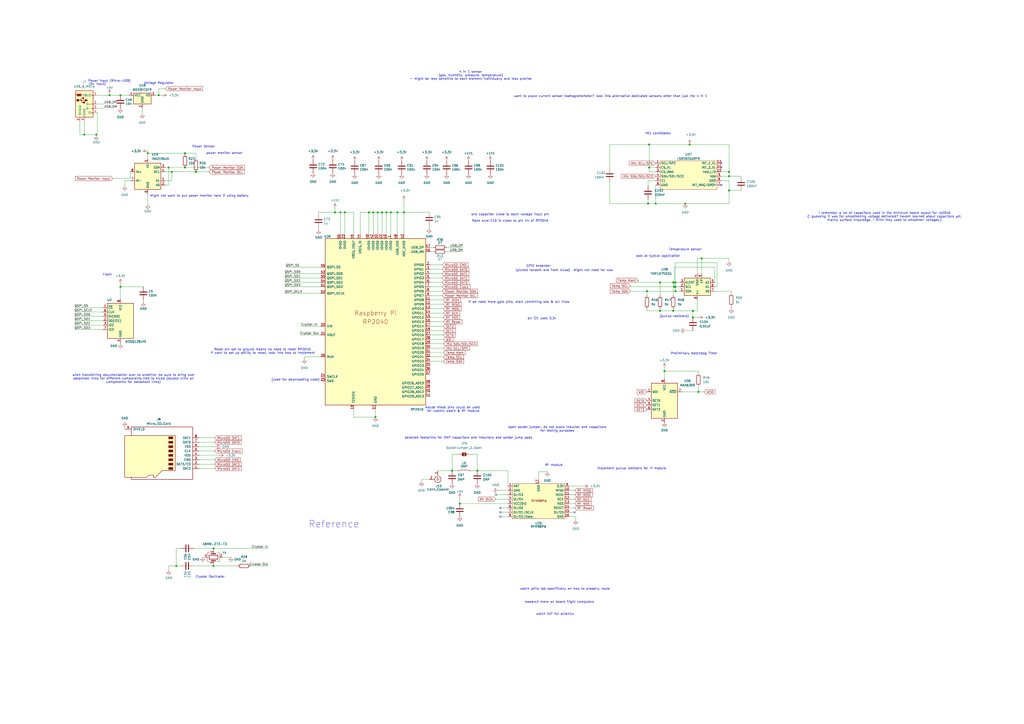
<source format=kicad_sch>
(kicad_sch (version 20250114) (generator "eeschema") (generator_version "9.0")
  (paper "A2")
  (lib_symbols
    (symbol "1my_symbol:LSM303AGR"
      (property "Reference" "U" (at 9.652 6.604 0))
      (symbol "LSM303AGR_1_1"
        (pin bidirectional line (at -8.89 2.54 0) (length 2.54) (name "SCL/SPC") (number "1"))
        (pin input line (at -8.89 0 0) (length 2.54) (name "CS_XL") (number "2"))
        (pin input line (at -8.89 -2.54 0) (length 2.54) (name "CS_MAG") (number "3"))
        (pin bidirectional line (at -8.89 -5.08 0) (length 2.54) (name "SDA/SDI/SCO") (number "4"))
        (pin bidirectional line (at -8.89 -7.62 0) (length 2.54) (name "C1") (number "5"))
        (pin input line (at -8.89 -10.16 0) (length 2.54) (name "GND") (number "6"))
        (pin bidirectional line (at 29.21 2.54 180) (length 2.54) (name "INT_1_XL") (number "12"))
        (pin bidirectional line (at 29.21 0 180) (length 2.54) (name "INT_2_XL") (number "11"))
        (pin power_in line (at 29.21 -2.54 180) (length 2.54) (name "Vdd_I/O") (number "10"))
        (pin power_in line (at 29.21 -5.08 180) (length 2.54) (name "Vdd") (number "9"))
        (pin power_in line (at 29.21 -7.62 180) (length 2.54) (name "GND") (number "8"))
        (pin bidirectional line (at 29.21 -10.16 180) (length 2.54) (name "INT_MAG/DRDY") (number "7"))
      )
    )
    (symbol "1my_symbol:RF_Module"
      (property "Reference" "U1" (at 23.876 4.318 0))
      (symbol "RF_Module_1_1"
        (text "RFM98PW" (at 11.684 -14.986 0) (effects (font (size 1.27 1.27))))
        (pin bidirectional line (at -6.35 -6.35 0) (length 2.54) (name "ANT") (number "1"))
        (pin power_in line (at -6.35 -8.89 0) (length 2.54) (name "GND") (number "2"))
        (pin bidirectional line (at -6.35 -11.43 0) (length 2.54) (name "DI/O3") (number "3"))
        (pin bidirectional line (at -6.35 -13.97 0) (length 2.54) (name "DI/O4") (number "4"))
        (pin input line (at -6.35 -16.51 0) (length 2.54) (name "VCC(5V)") (number "5"))
        (pin bidirectional line (at -6.35 -19.05 0) (length 2.54) (name "DI/O0") (number "6"))
        (pin bidirectional line (at -6.35 -21.59 0) (length 2.54) (name "DI/O1|DCLK") (number "7"))
        (pin bidirectional line (at -6.35 -24.13 0) (length 2.54) (name "DI/O2|Data") (number "8"))
        (pin power_in line (at 11.43 -2.54 270) (length 2.54) (name "GND") (number "17"))
        (pin power_out line (at 29.21 -6.35 180) (length 2.54) (name "3.3V") (number "9"))
        (pin output line (at 29.21 -8.89 180) (length 2.54) (name "MISO") (number "10"))
        (pin input line (at 29.21 -11.43 180) (length 2.54) (name "MOSI") (number "11"))
        (pin input line (at 29.21 -13.97 180) (length 2.54) (name "SCK") (number "12"))
        (pin input line (at 29.21 -16.51 180) (length 2.54) (name "NSS") (number "13"))
        (pin bidirectional line (at 29.21 -19.05 180) (length 2.54) (name "RESET") (number "14"))
        (pin bidirectional line (at 29.21 -21.59 180) (length 2.54) (name "DI/O5") (number "15"))
        (pin power_in line (at 29.21 -24.13 180) (length 2.54) (name "GND") (number "16"))
      )
    )
    (symbol "Connector:Conn_Coaxial" (pin_names (offset 1.016) (hide yes))
      (property "Reference" "J" (at 0.254 3.048 0))
      (property "Value" "Conn_Coaxial" (at 2.921 0 90))
      (symbol "Conn_Coaxial_1_1"
        (pin passive line (at -5.08 0 0) (length 2.54) (name "In") (number "1"))
        (pin passive line (at 0 -5.08 90) (length 2.54) (name "Ext") (number "2"))
      )
    )
    (symbol "Connector:Micro_SD_Card" (pin_names (offset 1.016))
      (property "Reference" "J" (at -16.51 15.24 0))
      (property "Value" "Micro_SD_Card" (at 16.51 15.24 0))
      (symbol "Micro_SD_Card_1_1"
        (pin bidirectional line (at -22.86 7.62 0) (length 3.81) (name "DAT2") (number "1"))
        (pin bidirectional line (at -22.86 5.08 0) (length 3.81) (name "DAT3/CD") (number "2"))
        (pin input line (at -22.86 2.54 0) (length 3.81) (name "CMD") (number "3"))
        (pin power_in line (at -22.86 0 0) (length 3.81) (name "VDD") (number "4"))
        (pin input line (at -22.86 -2.54 0) (length 3.81) (name "CLK") (number "5"))
        (pin power_in line (at -22.86 -5.08 0) (length 3.81) (name "VSS") (number "6"))
        (pin bidirectional line (at -22.86 -7.62 0) (length 3.81) (name "DAT0") (number "7"))
        (pin bidirectional line (at -22.86 -10.16 0) (length 3.81) (name "DAT1") (number "8"))
        (pin passive line (at 20.32 -15.24 180) (length 3.81) (name "SHIELD") (number "9"))
      )
    )
    (symbol "Connector:USB_B_Micro" (pin_names (offset 1.016))
      (property "Reference" "J2" (at 0 12.7 0))
      (property "Value" "USB_B_Micro" (at 0 10.16 0))
      (symbol "USB_B_Micro_1_1"
        (pin passive line (at -2.54 -10.16 90) (length 2.54) (name "Shield") (number "6"))
        (pin power_out line (at 0 -10.16 90) (length 2.54) (name "GND") (number "5"))
        (pin power_out line (at 7.62 5.08 180) (length 2.54) (name "VBUS") (number "1"))
        (pin bidirectional line (at 7.62 0 180) (length 2.54) (name "D+") (number "3"))
        (pin bidirectional line (at 7.62 -2.54 180) (length 2.54) (name "D-") (number "2"))
        (pin passive line (at 7.62 -5.08 180) (length 2.54) (name "ID") (number "4"))
      )
    )
    (symbol "Device:C" (pin_numbers (hide yes)) (pin_names (offset 0.254))
      (property "Reference" "C" (at 0.635 2.54 0))
      (property "Value" "C" (at 0.635 -2.54 0))
      (symbol "C_1_1"
        (pin passive line (at 0 3.81 270) (length 2.794) (name "~") (number "1"))
        (pin passive line (at 0 -3.81 90) (length 2.794) (name "~") (number "2"))
      )
    )
    (symbol "Device:Crystal_GND24" (pin_names (offset 1.016) (hide yes))
      (property "Reference" "Y" (at 3.175 5.08 0))
      (property "Value" "Crystal_GND24" (at 3.175 3.175 0))
      (symbol "Crystal_GND24_1_1"
        (pin passive line (at -3.81 0 0) (length 1.27) (name "1") (number "1"))
        (pin passive line (at 0 5.08 270) (length 1.27) (name "2") (number "2"))
        (pin passive line (at 0 -5.08 90) (length 1.27) (name "4") (number "4"))
        (pin passive line (at 3.81 0 180) (length 1.27) (name "3") (number "3"))
      )
    )
    (symbol "Device:L" (pin_numbers (hide yes)) (pin_names (offset 1.016) (hide yes))
      (property "Reference" "L" (at -1.27 0 90))
      (property "Value" "L" (at 1.905 0 90))
      (symbol "L_1_1"
        (pin passive line (at 0 3.81 270) (length 1.27) (name "1") (number "1"))
        (pin passive line (at 0 -3.81 90) (length 1.27) (name "2") (number "2"))
      )
    )
    (symbol "Device:R" (pin_numbers (hide yes)) (pin_names (offset 0))
      (property "Reference" "R" (at 2.032 0 90))
      (property "Value" "R" (at 0 0 90))
      (symbol "R_1_1"
        (pin passive line (at 0 3.81 270) (length 1.27) (name "~") (number "1"))
        (pin passive line (at 0 -3.81 90) (length 1.27) (name "~") (number "2"))
      )
    )
    (symbol "Jumper:SolderJumper_2_Open" (pin_numbers (hide yes)) (pin_names (offset 0) (hide yes)) (exclude_from_sim yes) (in_bom no)
      (property "Reference" "JP" (at 0 2.032 0))
      (property "Value" "SolderJumper_2_Open" (at 0 -2.54 0))
      (symbol "SolderJumper_2_Open_1_1"
        (pin passive line (at -3.81 0 0) (length 2.54) (name "A") (number "1"))
        (pin passive line (at 3.81 0 180) (length 2.54) (name "B") (number "2"))
      )
    )
    (symbol "MCU_RaspberryPi_RP2040:RP2040" (pin_names (offset 1.016))
      (property "Reference" "U" (at -29.21 49.53 0))
      (property "Value" "RP2040" (at 24.13 -49.53 0))
      (symbol "RP2040_0_0"
        (text "Raspberry Pi" (at 0 5.08 0) (effects (font (size 2.54 2.54))))
        (text "RP2040" (at 0 0 0) (effects (font (size 2.54 2.54))))
      )
      (symbol "RP2040_1_1"
        (pin bidirectional line (at -31.75 31.75 0) (length 2.54) (name "QSPI_SS") (number "56"))
        (pin bidirectional line (at -31.75 27.94 0) (length 2.54) (name "QSPI_SD0") (number "53"))
        (pin bidirectional line (at -31.75 25.4 0) (length 2.54) (name "QSPI_SD1") (number "55"))
        (pin bidirectional line (at -31.75 22.86 0) (length 2.54) (name "QSPI_SD2") (number "54"))
        (pin bidirectional line (at -31.75 20.32 0) (length 2.54) (name "QSPI_SD3") (number "51"))
        (pin output line (at -31.75 16.51 0) (length 2.54) (name "QSPI_SCLK") (number "52"))
        (pin input line (at -31.75 -2.54 0) (length 2.54) (name "XIN") (number "20"))
        (pin passive line (at -31.75 -7.62 0) (length 2.54) (name "XOUT") (number "21"))
        (pin input line (at -31.75 -20.32 0) (length 2.54) (name "RUN") (number "26"))
        (pin output line (at -31.75 -31.75 0) (length 2.54) (name "SWCLK") (number "24"))
        (pin bidirectional line (at -31.75 -34.29 0) (length 2.54) (name "SWD") (number "25"))
        (pin power_in line (at -20.32 50.8 270) (length 2.54) (name "DVDD") (number "50"))
        (pin power_in line (at -17.78 50.8 270) (length 2.54) (name "DVDD") (number "23"))
        (pin power_out line (at -12.7 50.8 270) (length 2.54) (name "VREG_VOUT") (number "45"))
        (pin passive line (at -12.7 -50.8 90) (length 2.54) (name "TESTEN") (number "19"))
        (pin power_in line (at -8.89 50.8 270) (length 2.54) (name "VREG_IN") (number "44"))
        (pin power_in line (at -3.81 50.8 270) (length 2.54) (name "IOVDD") (number "49"))
        (pin power_in line (at -1.27 50.8 270) (length 2.54) (name "IOVDD") (number "42"))
        (pin power_in line (at 0 -50.8 90) (length 2.54) (name "GND") (number "57"))
        (pin power_in line (at 1.27 50.8 270) (length 2.54) (name "IOVDD") (number "33"))
        (pin power_in line (at 3.81 50.8 270) (length 2.54) (name "IOVDD") (number "22"))
        (pin power_in line (at 6.35 50.8 270) (length 2.54) (name "IOVDD") (number "10"))
        (pin power_in line (at 8.89 50.8 270) (length 2.54) (name "IOVDD") (number "1"))
        (pin power_in line (at 12.7 50.8 270) (length 2.54) (name "USB_VDD") (number "48"))
        (pin power_in line (at 16.51 50.8 270) (length 2.54) (name "ADC_AVDD") (number "43"))
        (pin bidirectional line (at 31.75 43.18 180) (length 2.54) (name "USB_DP") (number "47"))
        (pin bidirectional line (at 31.75 40.64 180) (length 2.54) (name "USB_DM") (number "46"))
        (pin bidirectional line (at 31.75 33.02 180) (length 2.54) (name "GPIO0") (number "2"))
        (pin bidirectional line (at 31.75 30.48 180) (length 2.54) (name "GPIO1") (number "3"))
        (pin bidirectional line (at 31.75 27.94 180) (length 2.54) (name "GPIO2") (number "4"))
        (pin bidirectional line (at 31.75 25.4 180) (length 2.54) (name "GPIO3") (number "5"))
        (pin bidirectional line (at 31.75 22.86 180) (length 2.54) (name "GPIO4") (number "6"))
        (pin bidirectional line (at 31.75 20.32 180) (length 2.54) (name "GPIO5") (number "7"))
        (pin bidirectional line (at 31.75 17.78 180) (length 2.54) (name "GPIO6") (number "8"))
        (pin bidirectional line (at 31.75 15.24 180) (length 2.54) (name "GPIO7") (number "9"))
        (pin bidirectional line (at 31.75 12.7 180) (length 2.54) (name "GPIO8") (number "11"))
        (pin bidirectional line (at 31.75 10.16 180) (length 2.54) (name "GPIO9") (number "12"))
        (pin bidirectional line (at 31.75 7.62 180) (length 2.54) (name "GPIO10") (number "13"))
        (pin bidirectional line (at 31.75 5.08 180) (length 2.54) (name "GPIO11") (number "14"))
        (pin bidirectional line (at 31.75 2.54 180) (length 2.54) (name "GPIO12") (number "15"))
        (pin bidirectional line (at 31.75 0 180) (length 2.54) (name "GPIO13") (number "16"))
        (pin bidirectional line (at 31.75 -2.54 180) (length 2.54) (name "GPIO14") (number "17"))
        (pin bidirectional line (at 31.75 -5.08 180) (length 2.54) (name "GPIO15") (number "18"))
        (pin bidirectional line (at 31.75 -7.62 180) (length 2.54) (name "GPIO16") (number "27"))
        (pin bidirectional line (at 31.75 -10.16 180) (length 2.54) (name "GPIO17") (number "28"))
        (pin bidirectional line (at 31.75 -12.7 180) (length 2.54) (name "GPIO18") (number "29"))
        (pin bidirectional line (at 31.75 -15.24 180) (length 2.54) (name "GPIO19") (number "30"))
        (pin bidirectional line (at 31.75 -17.78 180) (length 2.54) (name "GPIO20") (number "31"))
        (pin bidirectional line (at 31.75 -20.32 180) (length 2.54) (name "GPIO21") (number "32"))
        (pin bidirectional line (at 31.75 -22.86 180) (length 2.54) (name "GPIO22") (number "34"))
        (pin bidirectional line (at 31.75 -25.4 180) (length 2.54) (name "GPIO23") (number "35"))
        (pin bidirectional line (at 31.75 -27.94 180) (length 2.54) (name "GPIO24") (number "36"))
        (pin bidirectional line (at 31.75 -30.48 180) (length 2.54) (name "GPIO25") (number "37"))
        (pin bidirectional line (at 31.75 -35.56 180) (length 2.54) (name "GPIO26_ADC0") (number "38"))
        (pin bidirectional line (at 31.75 -38.1 180) (length 2.54) (name "GPIO27_ADC1") (number "39"))
        (pin bidirectional line (at 31.75 -40.64 180) (length 2.54) (name "GPIO28_ADC2") (number "40"))
        (pin bidirectional line (at 31.75 -43.18 180) (length 2.54) (name "GPIO29_ADC3") (number "41"))
      )
    )
    (symbol "Memory_Flash:W25Q128JVS"
      (property "Reference" "U" (at -8.89 8.89 0))
      (property "Value" "W25Q128JVS" (at 7.62 8.89 0))
      (symbol "W25Q128JVS_1_1"
        (pin input line (at -10.16 7.62 0) (length 2.54) (name "~{CS}") (number "1"))
        (pin input line (at -10.16 5.08 0) (length 2.54) (name "CLK") (number "6"))
        (pin bidirectional line (at -10.16 2.54 0) (length 2.54) (name "DI(IO0)") (number "5"))
        (pin bidirectional line (at -10.16 0 0) (length 2.54) (name "DO(IO1)") (number "2"))
        (pin bidirectional line (at -10.16 -2.54 0) (length 2.54) (name "IO2") (number "3"))
        (pin bidirectional line (at -10.16 -5.08 0) (length 2.54) (name "IO3") (number "7"))
        (pin power_in line (at 0 12.7 270) (length 2.54) (name "VCC") (number "8"))
        (pin power_in line (at 0 -12.7 90) (length 2.54) (name "GND") (number "4"))
      )
    )
    (symbol "Power_Supervisor:MAX6369"
      (property "Reference" "U" (at -3.556 13.462 0))
      (property "Value" "MAX6369" (at -6.604 11.43 0))
      (symbol "MAX6369_1_1"
        (pin input line (at -10.16 5.08 0) (length 2.54) (name "WDI") (number "1"))
        (pin input line (at -10.16 0 0) (length 2.54) (name "SET0") (number "4"))
        (pin input line (at -10.16 -2.54 0) (length 2.54) (name "SET1") (number "5"))
        (pin input line (at -10.16 -5.08 0) (length 2.54) (name "SET2") (number "6"))
        (pin power_in line (at 0 12.7 270) (length 2.54) (name "VCC") (number "8"))
        (pin power_in line (at 0 -12.7 90) (length 2.54) (name "GND") (number "2"))
        (pin no_connect line (at 7.62 -5.08 180) (length 2.54) (hide yes) (name "NC") (number "3"))
        (pin open_collector line (at 10.16 5.08 180) (length 2.54) (name "~{WDO}") (number "7"))
      )
    )
    (symbol "Regulator_Linear:BD33FC0FP"
      (property "Reference" "U" (at 0 7.62 0))
      (property "Value" "BD33FC0FP" (at 0 5.08 0))
      (symbol "BD33FC0FP_1_1"
        (pin power_in line (at -7.62 0 0) (length 2.54) (name "VCC") (number "1"))
        (pin power_in line (at 0 -7.62 90) (length 2.54) (name "GND") (number "2"))
        (pin power_out line (at 7.62 0 180) (length 2.54) (name "VO") (number "3"))
      )
    )
    (symbol "Sensor_Energy:INA219AxD"
      (property "Reference" "U" (at -6.35 8.89 0))
      (property "Value" "INA219AxD" (at 5.08 8.89 0))
      (symbol "INA219AxD_1_1"
        (pin input line (at -10.16 2.54 0) (length 2.54) (name "IN+") (number "8"))
        (pin input line (at -10.16 -2.54 0) (length 2.54) (name "IN-") (number "7"))
        (pin power_in line (at 0 10.16 270) (length 2.54) (name "VS") (number "5"))
        (pin power_in line (at 0 -10.16 90) (length 2.54) (name "GND") (number "6"))
        (pin bidirectional line (at 10.16 5.08 180) (length 2.54) (name "SDA") (number "3"))
        (pin input line (at 10.16 2.54 180) (length 2.54) (name "SCL") (number "4"))
        (pin input line (at 10.16 -2.54 180) (length 2.54) (name "A1") (number "1"))
        (pin input line (at 10.16 -5.08 180) (length 2.54) (name "A0") (number "2"))
      )
    )
    (symbol "Sensor_Temperature:TMP1075DSG"
      (property "Reference" "U" (at -6.35 6.35 0))
      (property "Value" "TMP1075DSG" (at 6.35 6.35 0))
      (symbol "TMP1075DSG_1_1"
        (pin input line (at -10.16 2.54 0) (length 2.54) (name "A0") (number "7"))
        (pin input line (at -10.16 0 0) (length 2.54) (name "A1") (number "6"))
        (pin input line (at -10.16 -2.54 0) (length 2.54) (name "A2") (number "5"))
        (pin passive line (at -2.54 -7.62 90) (length 2.54) (name "EP") (number "9"))
        (pin power_in line (at 0 7.62 270) (length 2.54) (name "V+") (number "8"))
        (pin power_in line (at 0 -7.62 90) (length 2.54) (name "GND") (number "4"))
        (pin bidirectional line (at 10.16 2.54 180) (length 2.54) (name "SDA") (number "1"))
        (pin input line (at 10.16 0 180) (length 2.54) (name "SCL") (number "2"))
        (pin open_collector line (at 10.16 -2.54 180) (length 2.54) (name "ALERT") (number "3"))
      )
    )
    (symbol "power:+1V1" (power) (pin_numbers (hide yes)) (pin_names (offset 0) (hide yes))
      (property "Value" "+1V1" (at 0 3.556 0))
      (symbol "+1V1_1_1"
        (pin power_in line (at 0 0 90) (length 0) (name "~") (number "1"))
      )
    )
    (symbol "power:+3.3V" (power) (pin_numbers (hide yes)) (pin_names (offset 0) (hide yes))
      (property "Value" "+3.3V" (at 0 3.556 0))
      (symbol "+3.3V_1_1"
        (pin power_in line (at 0 0 90) (length 0) (name "~") (number "1"))
      )
    )
    (symbol "power:+5V" (power) (pin_numbers (hide yes)) (pin_names (offset 0) (hide yes))
      (property "Value" "+5V" (at 0 3.556 0))
      (symbol "+5V_1_1"
        (pin power_in line (at 0 0 90) (length 0) (name "~") (number "1"))
      )
    )
    (symbol "power:GND" (power) (pin_numbers (hide yes)) (pin_names (offset 0) (hide yes))
      (property "Value" "GND" (at 0 -3.81 0))
      (symbol "GND_1_1"
        (pin power_in line (at 0 0 270) (length 0) (name "~") (number "1"))
      )
    )
  )
  (text "RF module" (at 321.31 269.875 0) (effects (font (size 1.27 1.27))))
  (text "Voltage Regulator" (at 92.075 48.26 0) (effects (font (size 1.27 1.27))))
  (text "(used for downloading code)" (at 171.45 220.345 0) (effects (font (size 1.27 1.27))))
  (text "(pullup resistors)" (at 391.16 183.515 0) (effects (font (size 1.27 1.27))))
  (text "4 in 1 sensor\n(gas, humidity, pressure, temperature)\n- might be less sensitive to each element individually and less precise\n" (at 273.05 43.815 0) (effects (font (size 1.27 1.27))))
  (text "i remember a lot of capacitors used in the minimum board layout for rp2040\n(i guessing it was for smoothening voltage delivered? havent learned about capacitors yet,\nmainly surface knowledge, i think they used to smoothen voltages.)" (at 513.08 125.73 0) (effects (font (size 1.27 1.27))))
  (text "GPIO expander" (at 312.42 154.305 0) (effects (font (size 1.27 1.27))))
  (text "might not need for now" (at 344.17 156.845 0) (effects (font (size 1.27 1.27))))
  (text "Flash" (at 62.23 159.385 0) (effects (font (size 1.27 1.27))))
  (text "want to place current sensor too" (at 314.325 55.88 0) (effects (font (size 1.27 1.27))))
  (text "Temperature sensor" (at 397.51 144.78 0) (effects (font (size 1.27 1.27))))
  (text "maybe these pins could be used \nfor cosmic watch & RF module" (at 262.89 237.49 0) (effects (font (size 1.27 1.27))))
  (text "magnetometer? look into alternative dedicated sensors other than just the 4 in 1" (at 370.205 55.88 0) (effects (font (size 1.27 1.27))))
  (text "implement pullup resistors for rf module" (at 366.395 271.78 0) (effects (font (size 1.27 1.27))))
  (text "open solder jumper, do not place inductor and capacitors\nfor testing purposes" (at 323.215 248.92 0) (effects (font (size 1.27 1.27))))
  (text "Reference" (at 193.675 304.165 0) (effects (font (size 4 4))))
  (text "all i2c uses 3.3v" (at 314.325 184.785 0) (effects (font (size 1.27 1.27))))
  (text "research more on board flight computers\n" (at 324.485 349.25 0) (effects (font (size 1.27 1.27))))
  (text "one capacitor close to each voltage input pin" (at 295.91 124.46 0) (effects (font (size 1.27 1.27))))
  (text "Preliminary Watchdog Timer" (at 402.59 205.105 0) (effects (font (size 1.27 1.27))))
  (text "look at typical application" (at 381.635 148.59 0) (effects (font (size 1.27 1.27))))
  (text "Power input (Micro-USB)" (at 63.5 46.99 0) (effects (font (size 1.27 1.27))))
  (text "might not want to put power monitor here if using battery" (at 115.57 113.665 0) (effects (font (size 1.27 1.27))))
  (text "Make sure C10 is close to pin 44 of RP2040" (at 273.685 128.905 0) (effects (font (size 1.27 1.27)) (justify left bottom)))
  (text "watch EAT for avionics" (at 321.945 356.235 0) (effects (font (size 1.27 1.27))))
  (text "(picked random one from kicad)" (at 314.96 156.845 0) (effects (font (size 1.27 1.27))))
  (text "Power Sensor" (at 118.11 85.09 0) (effects (font (size 1.27 1.27))))
  (text "IMU candidates" (at 381.635 77.47 0) (effects (font (size 1.27 1.27))))
  (text "selected footprints for DNP capacitors and inductors and solder jump pads" (at 271.78 254 0) (effects (font (size 1.27 1.27))))
  (text "Reset pin set to ground means no need to reset RP2040.\nIf want to set up ability to reset, look into how to implement" (at 152.4 203.835 0) (effects (font (size 1.27 1.27))))
  (text "watch phils lab specifically on how to properly route" (at 327.66 341.63 0) (effects (font (size 1.27 1.27))))
  (text "power monitor sensor\n" (at 130.175 88.9 0) (effects (font (size 1.27 1.27))))
  (text "(5v input)" (at 56.515 48.895 0) (effects (font (size 1.27 1.27))))
  (text "Crystal Oscillator" (at 121.92 334.645 0) (effects (font (size 1.27 1.27))))
  (text "when transferring documentation over to onedrive, be sure to bring over\ndatasheet links for different components tied to kicad (double click on\ncomponents for datasheet links)" (at 77.47 219.71 0) (effects (font (size 1.27 1.27))))
  (text "if we need more gpio pins, start combining sda & scl lines" (at 300.99 175.26 0) (effects (font (size 1.27 1.27))))
  (junction (at 226.695 123.19))
  (junction (at 221.615 123.19))
  (junction (at 385.445 215.265))
  (junction (at 107.315 97.155))
  (junction (at 390.525 180.34))
  (junction (at 375.285 168.91))
  (junction (at 390.525 163.83))
  (junction (at 123.825 318.135))
  (junction (at 55.88 78.105))
  (junction (at 380.365 118.11))
  (junction (at 391.16 166.37))
  (junction (at 422.91 110.49))
  (junction (at 97.79 97.155))
  (junction (at 382.905 163.83))
  (junction (at 422.91 102.235))
  (junction (at 92.075 55.245))
  (junction (at 102.235 328.295))
  (junction (at 382.905 180.34))
  (junction (at 401.955 184.15))
  (junction (at 123.825 328.295))
  (junction (at 224.155 123.19))
  (junction (at 48.895 78.105))
  (junction (at 69.85 166.37))
  (junction (at 107.315 88.9))
  (junction (at 197.485 123.19))
  (junction (at 216.535 123.19))
  (junction (at 376.555 97.155))
  (junction (at 266.7 292.1))
  (junction (at 69.85 55.245))
  (junction (at 376.555 83.82))
  (junction (at 276.86 273.05))
  (junction (at 405.13 227.33))
  (junction (at 99.695 99.695))
  (junction (at 375.92 118.11))
  (junction (at 230.505 123.19))
  (junction (at 113.665 99.695))
  (junction (at 85.725 88.9))
  (junction (at 213.995 123.19))
  (junction (at 194.31 123.19))
  (junction (at 401.955 180.34))
  (junction (at 63.5 55.245))
  (junction (at 200.025 123.19))
  (junction (at 400.05 83.82))
  (junction (at 217.805 241.935))
  (junction (at 391.795 163.83))
  (junction (at 234.315 123.19))
  (junction (at 422.91 99.695))
  (junction (at 397.51 118.11))
  (junction (at 391.795 166.37))
  (junction (at 219.075 123.19))
  (junction (at 407.035 149.86))
  (junction (at 262.255 273.05))
  (junction (at 391.795 168.91))
  (no_connect (at 290.195 299.72))
  (no_connect (at 333.375 297.18))
  (no_connect (at 290.195 297.18))
  (no_connect (at 418.465 94.615))
  (no_connect (at 418.465 97.155))
  (no_connect (at 290.195 294.64))
  (no_connect (at 287.655 287.02))
  (no_connect (at 418.465 107.315))
  (wire (pts (xy 249.555 199.39) (xy 257.175 199.39)))
  (wire (pts (xy 382.905 179.07) (xy 382.905 180.34)))
  (wire (pts (xy 59.69 191.135) (xy 43.18 191.135)))
  (wire (pts (xy 370.205 163.83) (xy 370.205 162.56)))
  (wire (pts (xy 273.05 263.525) (xy 276.86 263.525)))
  (wire (pts (xy 46.355 78.105) (xy 48.895 78.105)))
  (wire (pts (xy 376.555 83.82) (xy 353.695 83.82)))
  (wire (pts (xy 46.355 70.485) (xy 46.355 78.105)))
  (wire (pts (xy 380.365 99.695) (xy 376.555 99.695)))
  (wire (pts (xy 290.195 294.64) (xy 294.64 294.64)))
  (wire (pts (xy 249.555 189.23) (xy 257.175 189.23)))
  (wire (pts (xy 391.795 166.37) (xy 391.16 166.37)))
  (wire (pts (xy 208.915 123.19) (xy 213.995 123.19)))
  (wire (pts (xy 249.555 179.07) (xy 257.175 179.07)))
  (wire (pts (xy 213.995 135.89) (xy 213.995 123.19)))
  (wire (pts (xy 268.605 146.05) (xy 259.08 146.05)))
  (wire (pts (xy 92.075 55.245) (xy 93.98 55.245)))
  (wire (pts (xy 165.735 154.94) (xy 186.055 154.94)))
  (wire (pts (xy 404.495 180.34) (xy 401.955 180.34)))
  (wire (pts (xy 330.2 299.72) (xy 334.01 299.72)))
  (wire (pts (xy 249.555 156.21) (xy 256.54 156.21)))
  (wire (pts (xy 376.555 97.155) (xy 380.365 97.155)))
  (wire (pts (xy 249.555 153.67) (xy 256.54 153.67)))
  (wire (pts (xy 104.775 328.295) (xy 102.235 328.295)))
  (wire (pts (xy 405.13 215.265) (xy 385.445 215.265)))
  (wire (pts (xy 208.915 135.89) (xy 208.915 123.19)))
  (wire (pts (xy 330.2 289.56) (xy 333.375 289.56)))
  (wire (pts (xy 112.395 328.295) (xy 123.825 328.295)))
  (wire (pts (xy 422.91 110.49) (xy 422.91 118.11)))
  (wire (pts (xy 249.555 171.45) (xy 256.54 171.45)))
  (wire (pts (xy 115.57 259.08) (xy 125.095 259.08)))
  (wire (pts (xy 123.825 327.025) (xy 123.825 328.295)))
  (wire (pts (xy 262.255 273.05) (xy 265.43 273.05)))
  (wire (pts (xy 176.53 207.01) (xy 176.53 208.28)))
  (wire (pts (xy 113.665 99.695) (xy 121.285 99.695)))
  (wire (pts (xy 380.365 104.775) (xy 375.92 104.775)))
  (wire (pts (xy 404.495 173.99) (xy 404.495 180.34)))
  (wire (pts (xy 249.555 209.55) (xy 257.175 209.55)))
  (wire (pts (xy 400.05 83.82) (xy 422.91 83.82)))
  (wire (pts (xy 249.555 166.37) (xy 256.54 166.37)))
  (wire (pts (xy 365.76 166.37) (xy 391.16 166.37)))
  (wire (pts (xy 165.1 163.83) (xy 186.055 163.83)))
  (wire (pts (xy 117.475 323.215) (xy 118.745 323.215)))
  (wire (pts (xy 330.2 292.1) (xy 333.375 292.1)))
  (wire (pts (xy 55.88 78.105) (xy 55.88 78.74)))
  (wire (pts (xy 385.445 213.36) (xy 385.445 215.265)))
  (wire (pts (xy 375.285 180.34) (xy 382.905 180.34)))
  (wire (pts (xy 224.155 123.19) (xy 226.695 123.19)))
  (wire (pts (xy 186.055 207.01) (xy 176.53 207.01)))
  (wire (pts (xy 123.825 318.135) (xy 155.575 318.135)))
  (wire (pts (xy 251.46 146.05) (xy 249.555 146.05)))
  (wire (pts (xy 174.625 189.23) (xy 186.055 189.23)))
  (wire (pts (xy 254 273.05) (xy 262.255 273.05)))
  (wire (pts (xy 249.555 184.15) (xy 257.175 184.15)))
  (wire (pts (xy 394.335 163.83) (xy 391.795 163.83)))
  (wire (pts (xy 99.695 99.695) (xy 99.695 104.775)))
  (wire (pts (xy 113.665 88.9) (xy 113.665 92.075)))
  (wire (pts (xy 165.1 158.75) (xy 186.055 158.75)))
  (wire (pts (xy 219.075 135.89) (xy 219.075 123.19)))
  (wire (pts (xy 249.555 163.83) (xy 256.54 163.83)))
  (wire (pts (xy 394.335 166.37) (xy 391.795 166.37)))
  (wire (pts (xy 390.525 180.34) (xy 401.955 180.34)))
  (wire (pts (xy 330.2 297.18) (xy 333.375 297.18)))
  (wire (pts (xy 276.86 273.05) (xy 294.64 273.05)))
  (wire (pts (xy 85.725 118.745) (xy 85.725 112.395)))
  (wire (pts (xy 234.315 116.205) (xy 234.315 123.19)))
  (wire (pts (xy 226.695 123.19) (xy 226.695 135.89)))
  (wire (pts (xy 404.495 158.75) (xy 404.495 149.86)))
  (wire (pts (xy 102.235 318.135) (xy 102.235 328.295)))
  (wire (pts (xy 376.555 99.695) (xy 376.555 97.155)))
  (wire (pts (xy 165.1 170.18) (xy 186.055 170.18)))
  (wire (pts (xy 97.79 328.295) (xy 97.79 330.835)))
  (wire (pts (xy 424.18 179.07) (xy 424.18 177.8)))
  (wire (pts (xy 391.16 154.94) (xy 391.16 166.37)))
  (wire (pts (xy 330.2 284.48) (xy 333.375 284.48)))
  (wire (pts (xy 213.995 123.19) (xy 216.535 123.19)))
  (wire (pts (xy 422.91 102.235) (xy 429.895 102.235)))
  (wire (pts (xy 184.785 124.46) (xy 184.785 123.19)))
  (wire (pts (xy 230.505 135.89) (xy 230.505 123.19)))
  (wire (pts (xy 370.205 163.83) (xy 382.905 163.83)))
  (wire (pts (xy 249.555 161.29) (xy 256.54 161.29)))
  (wire (pts (xy 330.2 287.02) (xy 333.375 287.02)))
  (wire (pts (xy 112.395 318.135) (xy 123.825 318.135)))
  (wire (pts (xy 145.415 328.295) (xy 155.575 328.295)))
  (wire (pts (xy 414.655 168.91) (xy 424.18 168.91)))
  (wire (pts (xy 194.31 123.19) (xy 197.485 123.19)))
  (wire (pts (xy 330.2 294.64) (xy 333.375 294.64)))
  (wire (pts (xy 72.39 247.65) (xy 72.39 248.92)))
  (wire (pts (xy 234.315 123.19) (xy 248.92 123.19)))
  (wire (pts (xy 69.85 166.37) (xy 69.85 173.355)))
  (wire (pts (xy 249.555 201.93) (xy 257.175 201.93)))
  (wire (pts (xy 63.5 55.245) (xy 69.85 55.245)))
  (wire (pts (xy 330.2 281.94) (xy 338.455 281.94)))
  (wire (pts (xy 414.655 154.94) (xy 391.16 154.94)))
  (wire (pts (xy 115.57 266.7) (xy 124.46 266.7)))
  (wire (pts (xy 82.55 62.865) (xy 82.55 66.04)))
  (wire (pts (xy 230.505 123.19) (xy 234.315 123.19)))
  (wire (pts (xy 59.69 188.595) (xy 43.18 188.595)))
  (wire (pts (xy 249.555 186.69) (xy 257.175 186.69)))
  (wire (pts (xy 397.51 191.77) (xy 401.955 191.77)))
  (wire (pts (xy 401.955 180.34) (xy 401.955 184.15)))
  (wire (pts (xy 249.555 207.01) (xy 257.175 207.01)))
  (wire (pts (xy 385.445 215.265) (xy 385.445 219.71)))
  (wire (pts (xy 205.105 123.19) (xy 200.025 123.19)))
  (wire (pts (xy 268.605 143.51) (xy 259.08 143.51)))
  (wire (pts (xy 205.105 237.49) (xy 205.105 241.935)))
  (wire (pts (xy 407.035 149.86) (xy 407.035 158.75)))
  (wire (pts (xy 375.285 179.07) (xy 375.285 180.34)))
  (wire (pts (xy 422.91 151.765) (xy 422.91 149.86)))
  (wire (pts (xy 265.43 263.525) (xy 262.255 263.525)))
  (wire (pts (xy 405.13 227.33) (xy 408.305 227.33)))
  (wire (pts (xy 95.885 104.775) (xy 99.695 104.775)))
  (wire (pts (xy 107.315 97.155) (xy 121.285 97.155)))
  (wire (pts (xy 391.795 166.37) (xy 391.795 168.91)))
  (wire (pts (xy 251.46 143.51) (xy 249.555 143.51)))
  (wire (pts (xy 249.555 176.53) (xy 257.175 176.53)))
  (wire (pts (xy 287.655 289.56) (xy 294.64 289.56)))
  (wire (pts (xy 205.105 135.89) (xy 205.105 123.19)))
  (wire (pts (xy 115.57 269.24) (xy 124.46 269.24)))
  (wire (pts (xy 365.76 166.37) (xy 365.76 165.735)))
  (wire (pts (xy 249.555 204.47) (xy 257.175 204.47)))
  (wire (pts (xy 353.695 83.82) (xy 353.695 97.79)))
  (wire (pts (xy 184.785 123.19) (xy 194.31 123.19)))
  (wire (pts (xy 216.535 123.19) (xy 219.075 123.19)))
  (wire (pts (xy 221.615 135.89) (xy 221.615 123.19)))
  (wire (pts (xy 69.85 166.37) (xy 83.185 166.37)))
  (wire (pts (xy 266.7 292.1) (xy 294.64 292.1)))
  (wire (pts (xy 85.725 88.9) (xy 85.725 92.075)))
  (wire (pts (xy 249.555 158.75) (xy 256.54 158.75)))
  (wire (pts (xy 115.57 261.62) (xy 124.46 261.62)))
  (wire (pts (xy 200.025 135.89) (xy 200.025 123.19)))
  (wire (pts (xy 85.725 87.63) (xy 85.725 88.9)))
  (wire (pts (xy 115.57 256.54) (xy 124.46 256.54)))
  (wire (pts (xy 104.775 318.135) (xy 102.235 318.135)))
  (wire (pts (xy 173.99 194.31) (xy 186.055 194.31)))
  (wire (pts (xy 115.57 264.16) (xy 127 264.16)))
  (wire (pts (xy 249.555 191.77) (xy 257.175 191.77)))
  (wire (pts (xy 418.465 104.775) (xy 422.91 104.775)))
  (wire (pts (xy 312.42 278.13) (xy 312.42 273.685)))
  (wire (pts (xy 95.885 99.695) (xy 99.695 99.695)))
  (wire (pts (xy 115.57 254) (xy 124.46 254)))
  (wire (pts (xy 418.465 99.695) (xy 422.91 99.695)))
  (wire (pts (xy 59.69 183.515) (xy 43.18 183.515)))
  (wire (pts (xy 95.885 51.435) (xy 92.075 51.435)))
  (wire (pts (xy 59.69 186.055) (xy 43.18 186.055)))
  (wire (pts (xy 414.655 166.37) (xy 415.925 166.37)))
  (wire (pts (xy 422.91 83.82) (xy 422.91 99.695)))
  (wire (pts (xy 65.405 103.505) (xy 75.565 103.505)))
  (wire (pts (xy 249.555 173.99) (xy 257.175 173.99)))
  (wire (pts (xy 290.195 297.18) (xy 294.64 297.18)))
  (wire (pts (xy 249.555 194.31) (xy 257.175 194.31)))
  (wire (pts (xy 422.91 149.86) (xy 407.035 149.86)))
  (wire (pts (xy 72.39 107.95) (xy 72.39 104.775)))
  (wire (pts (xy 382.905 163.83) (xy 390.525 163.83)))
  (wire (pts (xy 249.555 181.61) (xy 257.175 181.61)))
  (wire (pts (xy 72.39 104.775) (xy 75.565 104.775)))
  (wire (pts (xy 394.335 168.91) (xy 391.795 168.91)))
  (wire (pts (xy 391.795 163.83) (xy 391.795 166.37)))
  (wire (pts (xy 56.515 78.105) (xy 55.88 78.105)))
  (wire (pts (xy 56.515 65.405) (xy 56.515 78.105)))
  (wire (pts (xy 405.13 224.155) (xy 405.13 227.33)))
  (wire (pts (xy 219.075 123.19) (xy 221.615 123.19)))
  (wire (pts (xy 390.525 179.07) (xy 390.525 180.34)))
  (wire (pts (xy 200.025 123.19) (xy 197.485 123.19)))
  (wire (pts (xy 197.485 123.19) (xy 197.485 135.89)))
  (wire (pts (xy 56.515 55.245) (xy 63.5 55.245)))
  (wire (pts (xy 92.075 51.435) (xy 92.075 55.245)))
  (wire (pts (xy 249.555 168.91) (xy 256.54 168.91)))
  (wire (pts (xy 353.695 118.11) (xy 375.92 118.11)))
  (wire (pts (xy 48.895 78.105) (xy 55.88 78.105)))
  (wire (pts (xy 382.905 163.83) (xy 382.905 171.45)))
  (wire (pts (xy 262.255 263.525) (xy 262.255 273.05)))
  (wire (pts (xy 395.605 227.33) (xy 405.13 227.33)))
  (wire (pts (xy 75.565 103.505) (xy 75.565 99.695)))
  (wire (pts (xy 424.18 168.91) (xy 424.18 170.18)))
  (wire (pts (xy 123.825 328.295) (xy 137.795 328.295)))
  (wire (pts (xy 97.79 328.295) (xy 102.235 328.295)))
  (wire (pts (xy 48.895 70.485) (xy 48.895 78.105)))
  (wire (pts (xy 375.92 115.57) (xy 375.92 118.11)))
  (wire (pts (xy 216.535 135.89) (xy 216.535 123.19)))
  (wire (pts (xy 287.655 287.02) (xy 294.64 287.02)))
  (wire (pts (xy 375.285 168.91) (xy 391.795 168.91)))
  (wire (pts (xy 224.155 135.89) (xy 224.155 123.19)))
  (wire (pts (xy 422.91 110.49) (xy 429.895 110.49)))
  (wire (pts (xy 107.315 88.9) (xy 113.665 88.9)))
  (wire (pts (xy 334.01 299.72) (xy 334.01 301.625)))
  (wire (pts (xy 429.895 102.87) (xy 429.895 102.235)))
  (wire (pts (xy 375.92 104.775) (xy 375.92 107.95)))
  (wire (pts (xy 397.51 118.11) (xy 422.91 118.11)))
  (wire (pts (xy 205.105 241.935) (xy 217.805 241.935)))
  (wire (pts (xy 288.925 284.48) (xy 294.64 284.48)))
  (wire (pts (xy 165.1 161.29) (xy 186.055 161.29)))
  (wire (pts (xy 405.13 184.15) (xy 401.955 184.15)))
  (wire (pts (xy 107.315 88.9) (xy 107.315 89.535)))
  (wire (pts (xy 165.1 166.37) (xy 186.055 166.37)))
  (wire (pts (xy 97.79 107.315) (xy 97.79 97.155)))
  (wire (pts (xy 365.76 168.91) (xy 375.285 168.91)))
  (wire (pts (xy 69.85 55.245) (xy 74.93 55.245)))
  (wire (pts (xy 95.885 97.155) (xy 97.79 97.155)))
  (wire (pts (xy 415.925 152.4) (xy 391.795 152.4)))
  (wire (pts (xy 276.86 263.525) (xy 276.86 273.05)))
  (wire (pts (xy 376.555 97.155) (xy 376.555 83.82)))
  (wire (pts (xy 43.18 178.435) (xy 59.69 178.435)))
  (wire (pts (xy 404.495 149.86) (xy 407.035 149.86)))
  (wire (pts (xy 95.885 107.315) (xy 97.79 107.315)))
  (wire (pts (xy 128.905 323.215) (xy 133.985 323.215)))
  (wire (pts (xy 56.515 62.865) (xy 60.325 62.865)))
  (wire (pts (xy 375.285 168.91) (xy 375.285 171.45)))
  (wire (pts (xy 353.695 105.41) (xy 353.695 118.11)))
  (wire (pts (xy 294.64 273.05) (xy 294.64 281.94)))
  (wire (pts (xy 249.555 196.85) (xy 257.175 196.85)))
  (wire (pts (xy 56.515 60.325) (xy 60.325 60.325)))
  (wire (pts (xy 244.475 279.4) (xy 244.475 278.13)))
  (wire (pts (xy 422.91 102.235) (xy 418.465 102.235)))
  (wire (pts (xy 221.615 123.19) (xy 224.155 123.19)))
  (wire (pts (xy 226.695 123.19) (xy 230.505 123.19)))
  (wire (pts (xy 422.91 104.775) (xy 422.91 110.49)))
  (wire (pts (xy 217.805 237.49) (xy 217.805 241.935)))
  (wire (pts (xy 234.315 123.19) (xy 234.315 135.89)))
  (wire (pts (xy 390.525 163.83) (xy 391.795 163.83)))
  (wire (pts (xy 97.79 97.155) (xy 107.315 97.155)))
  (wire (pts (xy 405.13 216.535) (xy 405.13 215.265)))
  (wire (pts (xy 400.05 83.82) (xy 376.555 83.82)))
  (wire (pts (xy 414.655 163.83) (xy 414.655 154.94)))
  (wire (pts (xy 390.525 163.83) (xy 390.525 171.45)))
  (wire (pts (xy 380.365 118.11) (xy 397.51 118.11)))
  (wire (pts (xy 83.185 173.99) (xy 83.185 175.26)))
  (wire (pts (xy 115.57 271.78) (xy 124.46 271.78)))
  (wire (pts (xy 290.195 299.72) (xy 294.64 299.72)))
  (wire (pts (xy 422.91 99.695) (xy 422.91 102.235)))
  (wire (pts (xy 375.92 118.11) (xy 380.365 118.11)))
  (wire (pts (xy 43.18 180.975) (xy 59.69 180.975)))
  (wire (pts (xy 69.85 199.39) (xy 69.85 198.755)))
  (wire (pts (xy 244.475 278.13) (xy 248.92 278.13)))
  (wire (pts (xy 99.695 99.695) (xy 113.665 99.695)))
  (wire (pts (xy 380.365 107.315) (xy 380.365 118.11)))
  (wire (pts (xy 248.92 130.81) (xy 248.92 132.715)))
  (wire (pts (xy 90.17 55.245) (xy 92.075 55.245)))
  (wire (pts (xy 415.925 166.37) (xy 415.925 152.4)))
  (wire (pts (xy 184.785 132.08) (xy 184.785 133.35)))
  (wire (pts (xy 266.7 288.925) (xy 266.7 292.1)))
  (wire (pts (xy 312.42 273.685) (xy 317.5 273.685)))
  (wire (pts (xy 194.31 120.65) (xy 194.31 123.19)))
  (wire (pts (xy 85.725 88.9) (xy 107.315 88.9)))
  (wire (pts (xy 382.905 180.34) (xy 390.525 180.34)))
  (wire (pts (xy 123.825 319.405) (xy 123.825 318.135)))
  (wire (pts (xy 273.05 273.05) (xy 276.86 273.05)))
  (wire (pts (xy 69.85 164.465) (xy 69.85 166.37)))
  (wire (pts (xy 391.795 152.4) (xy 391.795 163.83)))
  (wire (pts (xy 63.5 54.61) (xy 63.5 55.245)))
  (label "Crystal In" (at 174.625 189.23 0))
  (label "QSPI_SS" (at 43.18 178.435 0))
  (label "USB_DM" (at 268.605 146.05 180))
  (label "USB_DP" (at 60.325 60.325 0))
  (label "QSPI_SD2" (at 43.18 188.595 0))
  (label "USB_DM" (at 60.325 62.865 0))
  (label "QSPI_SD1" (at 165.1 161.29 0))
  (label "QSPI_SD0" (at 165.1 158.75 0))
  (label "Crystal Out" (at 173.99 194.31 0))
  (label "QSPI_SCLK" (at 43.18 180.975 0))
  (label "QSPI_SD3" (at 165.1 166.37 0))
  (label "USB_DP" (at 268.605 143.51 180))
  (label "QSPI_SCLK" (at 165.1 170.18 0))
  (label "QSPI_SD0" (at 43.18 183.515 0))
  (label "QSPI_SD3" (at 43.18 191.135 0))
  (label "QSPI_SS" (at 165.735 154.94 0))
  (label "Crystal In" (at 155.575 318.135 180))
  (label "Crystal Out" (at 155.575 328.295 180))
  (label "QSPI_SD2" (at 165.1 163.83 0))
  (label "QSPI_SD1" (at 43.18 186.055 0))
  (global_label "IMU SCL{slash}SPC" (shape input) (at 380.365 94.615 180) (property "Intersheetrefs" "${INTERSHEET_REFS}" (effects (hide yes))))
  (global_label "Temp SDA" (shape input) (at 257.175 209.55 0) (effects (font (thickness 0.1588))) (property "Intersheetrefs" "${INTERSHEET_REFS}" (effects (hide yes))))
  (global_label "SET0" (shape input) (at 257.175 194.31 0) (property "Intersheetrefs" "${INTERSHEET_REFS}" (effects (hide yes))))
  (global_label "Temp SDA" (shape input) (at 365.76 168.91 180) (effects (font (thickness 0.1588))) (property "Intersheetrefs" "${INTERSHEET_REFS}" (effects (hide yes))))
  (global_label "Power Monitor Input" (shape input) (at 65.405 103.505 180) (property "Intersheetrefs" "${INTERSHEET_REFS}" (effects (hide yes))))
  (global_label "Temp SCL" (shape input) (at 365.76 165.735 180) (effects (font (thickness 0.1588))) (property "Intersheetrefs" "${INTERSHEET_REFS}" (effects (hide yes))))
  (global_label "MicroSD DAT1" (shape input) (at 124.46 254 0) (property "Intersheetrefs" "${INTERSHEET_REFS}" (effects (hide yes))))
  (global_label "MicroSD Clock" (shape input) (at 256.54 166.37 0) (property "Intersheetrefs" "${INTERSHEET_REFS}" (effects (hide yes))))
  (global_label "WDI" (shape input) (at 257.175 196.85 0) (property "Intersheetrefs" "${INTERSHEET_REFS}" (effects (hide yes))))
  (global_label "Power Monitor SCL" (shape input) (at 256.54 171.45 0) (effects (font (thickness 0.1588))) (property "Intersheetrefs" "${INTERSHEET_REFS}" (effects (hide yes))))
  (global_label "MicroSD DAT0" (shape input) (at 124.46 256.54 0) (property "Intersheetrefs" "${INTERSHEET_REFS}" (effects (hide yes))))
  (global_label "Power Monitor Input" (shape input) (at 95.885 51.435 0) (property "Intersheetrefs" "${INTERSHEET_REFS}" (effects (hide yes))))
  (global_label "RF MISO" (shape input) (at 257.175 176.53 0) (property "Intersheetrefs" "${INTERSHEET_REFS}" (effects (hide yes))))
  (global_label "MicroSD DAT2" (shape input) (at 256.54 161.29 0) (property "Intersheetrefs" "${INTERSHEET_REFS}" (effects (hide yes))))
  (global_label "Power Monitor SCL" (shape input) (at 121.285 99.695 0) (effects (font (thickness 0.1588))) (property "Intersheetrefs" "${INTERSHEET_REFS}" (effects (hide yes))))
  (global_label "RF Reset" (shape input) (at 257.175 186.69 0) (property "Intersheetrefs" "${INTERSHEET_REFS}" (effects (hide yes))))
  (global_label "SET2" (shape input) (at 257.175 189.23 0) (property "Intersheetrefs" "${INTERSHEET_REFS}" (effects (hide yes))))
  (global_label "IMU SDA{slash}SDI{slash}SCO" (shape input) (at 257.175 199.39 0) (property "Intersheetrefs" "${INTERSHEET_REFS}" (effects (hide yes))))
  (global_label "RF SCK" (shape input) (at 257.175 181.61 0) (property "Intersheetrefs" "${INTERSHEET_REFS}" (effects (hide yes))))
  (global_label "RF MOSI" (shape input) (at 257.175 179.07 0) (property "Intersheetrefs" "${INTERSHEET_REFS}" (effects (hide yes))))
  (global_label "WDI" (shape input) (at 375.285 227.33 180) (property "Intersheetrefs" "${INTERSHEET_REFS}" (effects (hide yes))))
  (global_label "MicroSD Clock" (shape input) (at 124.46 261.62 0) (property "Intersheetrefs" "${INTERSHEET_REFS}" (effects (hide yes))))
  (global_label "Power Monitor SDA" (shape input) (at 121.285 97.155 0) (property "Intersheetrefs" "${INTERSHEET_REFS}" (effects (hide yes))))
  (global_label "Temp Alert" (shape input) (at 370.205 162.56 180) (effects (font (thickness 0.1588))) (property "Intersheetrefs" "${INTERSHEET_REFS}" (effects (hide yes))))
  (global_label "MicroSD CMD" (shape input) (at 256.54 153.67 0) (property "Intersheetrefs" "${INTERSHEET_REFS}" (effects (hide yes))))
  (global_label "MicroSD DAT3" (shape input) (at 256.54 163.83 0) (property "Intersheetrefs" "${INTERSHEET_REFS}" (effects (hide yes))))
  (global_label "MicroSD DAT1" (shape input) (at 256.54 158.75 0) (property "Intersheetrefs" "${INTERSHEET_REFS}" (effects (hide yes))))
  (global_label "Power Monitor SDA" (shape input) (at 256.54 168.91 0) (property "Intersheetrefs" "${INTERSHEET_REFS}" (effects (hide yes))))
  (global_label "SET1" (shape input) (at 257.175 191.77 0) (property "Intersheetrefs" "${INTERSHEET_REFS}" (effects (hide yes))))
  (global_label "IMU SDA{slash}SDI{slash}SCO" (shape input) (at 380.365 102.235 180) (property "Intersheetrefs" "${INTERSHEET_REFS}" (effects (hide yes))))
  (global_label "MicroSD DAT2" (shape input) (at 124.46 271.78 0) (property "Intersheetrefs" "${INTERSHEET_REFS}" (effects (hide yes))))
  (global_label "WDO" (shape input) (at 408.305 227.33 0) (property "Intersheetrefs" "${INTERSHEET_REFS}" (effects (hide yes))))
  (global_label "MicroSD DAT0" (shape input) (at 256.54 156.21 0) (property "Intersheetrefs" "${INTERSHEET_REFS}" (effects (hide yes))))
  (global_label "SET2" (shape input) (at 375.285 237.49 180) (property "Intersheetrefs" "${INTERSHEET_REFS}" (effects (hide yes))))
  (global_label "RF NSS" (shape input) (at 333.375 292.1 0) (property "Intersheetrefs" "${INTERSHEET_REFS}" (effects (hide yes))))
  (global_label "SET0" (shape input) (at 375.285 232.41 180) (property "Intersheetrefs" "${INTERSHEET_REFS}" (effects (hide yes))))
  (global_label "RF SCK" (shape input) (at 333.375 289.56 0) (property "Intersheetrefs" "${INTERSHEET_REFS}" (effects (hide yes))))
  (global_label "MicroSD CMD" (shape input) (at 124.46 266.7 0) (property "Intersheetrefs" "${INTERSHEET_REFS}" (effects (hide yes))))
  (global_label "RF MOSI" (shape input) (at 333.375 287.02 0) (property "Intersheetrefs" "${INTERSHEET_REFS}" (effects (hide yes))))
  (global_label "RF DIO4" (shape input) (at 287.655 289.56 180) (property "Intersheetrefs" "${INTERSHEET_REFS}" (effects (hide yes))))
  (global_label "RF MISO" (shape input) (at 333.375 284.48 0) (property "Intersheetrefs" "${INTERSHEET_REFS}" (effects (hide yes))))
  (global_label "Temp Alert" (shape input) (at 257.175 204.47 0) (effects (font (thickness 0.1588))) (property "Intersheetrefs" "${INTERSHEET_REFS}" (effects (hide yes))))
  (global_label "MicroSD DAT3" (shape input) (at 124.46 269.24 0) (property "Intersheetrefs" "${INTERSHEET_REFS}" (effects (hide yes))))
  (global_label "IMU SCL{slash}SPC" (shape input) (at 257.175 201.93 0) (property "Intersheetrefs" "${INTERSHEET_REFS}" (effects (hide yes))))
  (global_label "RF DIO4" (shape input) (at 257.175 173.99 0) (property "Intersheetrefs" "${INTERSHEET_REFS}" (effects (hide yes))))
  (global_label "RF Reset" (shape input) (at 333.375 294.64 0) (property "Intersheetrefs" "${INTERSHEET_REFS}" (effects (hide yes))))
  (global_label "Temp SCL" (shape input) (at 257.175 207.01 0) (effects (font (thickness 0.1588))) (property "Intersheetrefs" "${INTERSHEET_REFS}" (effects (hide yes))))
  (global_label "RF NSS" (shape input) (at 257.175 184.15 0) (property "Intersheetrefs" "${INTERSHEET_REFS}" (effects (hide yes))))
  (global_label "SET1" (shape input) (at 375.285 234.95 180) (property "Intersheetrefs" "${INTERSHEET_REFS}" (effects (hide yes))))
  (symbol (lib_id "Memory_Flash:W25Q128JVS") (at 69.85 186.055 0) (unit 1)
    (property "Reference" "U2" (at 63.5 173.99 0))
    (property "Value" "W25Q128JVS" (at 78.74 198.12 0))
    (property "Footprint" "1my_footprints:SOIC_208MIL_WIN" (effects (hide yes)))
    (property "Datasheet" "http://www.winbond.com/resource-files/w25q128jv_dtr%20revc%2003272018%20plus.pdf" (effects (hide yes)))
  )
  (symbol (lib_id "power:GND") (at 69.85 199.39 0) (unit 1)
    (property "Reference" "#PWR08" (effects (hide yes)))
    (property "Value" "GND" (at 66.04 200.66 0))
  )
  (symbol (lib_id "Device:C") (at 83.185 170.18 0) (unit 1)
    (property "Reference" "C5" (at 86.106 169.0116 0) (effects (justify left)))
    (property "Value" "100n" (at 86.106 171.323 0) (effects (justify left)))
    (property "Footprint" "Capacitor_SMD:C_0402_1005Metric" (effects (hide yes)))
  )
  (symbol (lib_id "Device:R") (at 113.665 95.885 0) (unit 1)
    (property "Reference" "R26" (at 115.57 94.6149 0) (effects (justify left)))
    (property "Value" "10k" (at 115.57 97.1549 0) (effects (justify left)))
    (property "Footprint" "Resistor_SMD:R_0402_1005Metric" (effects (hide yes)))
    (property "Description" "Resistor" (effects (hide yes)))
  )
  (symbol (lib_id "power:GND") (at 424.18 179.07 0) (unit 1)
    (property "Reference" "#PWR0279" (effects (hide yes)))
    (property "Value" "GND" (at 424.18 184.15 0))
    (property "Description" "Power symbol creates a global label with name \"GND\" , ground" (effects (hide yes)))
  )
  (symbol (lib_id "Device:L") (at 269.24 273.05 90) (unit 1)
    (property "Reference" "L5" (at 269.24 268.605 90))
    (property "Value" "DNP" (at 269.24 270.51 90))
    (property "Footprint" "Inductor_SMD:L_0201_0603Metric" (effects (hide yes)))
    (property "Description" "Inductor" (effects (hide yes)))
  )
  (symbol (lib_id "Device:R") (at 141.605 328.295 270) (unit 1)
    (property "Reference" "R28" (at 141.605 323.0372 90))
    (property "Value" "1k" (at 141.605 325.3486 90))
    (property "Footprint" "Resistor_SMD:R_0402_1005Metric" (effects (hide yes)))
  )
  (symbol (lib_id "power:GND") (at 181.61 100.33 0) (unit 1)
    (property "Reference" "#PWR0187" (effects (hide yes)))
    (property "Value" "GND" (at 181.61 105.41 0))
    (property "Description" "Power symbol creates a global label with name \"GND\" , ground" (effects (hide yes)))
  )
  (symbol (lib_id "power:+3.3V") (at 233.045 93.345 0) (unit 1)
    (property "Reference" "#PWR0230" (effects (hide yes)))
    (property "Value" "+3.3V" (at 233.045 88.265 0))
    (property "Description" "Power symbol creates a global label with name \"+3.3V\"" (effects (hide yes)))
  )
  (symbol (lib_id "power:GND") (at 248.92 132.715 0) (unit 1)
    (property "Reference" "#PWR0243" (effects (hide yes)))
    (property "Value" "GND" (at 249.047 137.1092 0))
  )
  (symbol (lib_id "Device:C") (at 353.695 101.6 0) (unit 1)
    (property "Reference" "C102" (at 346.075 100.33 0) (effects (justify left)))
    (property "Value" "100nF" (at 344.805 102.87 0) (effects (justify left)))
    (property "Footprint" "Capacitor_SMD:C_0402_1005Metric" (effects (hide yes)))
    (property "Description" "Unpolarized capacitor" (effects (hide yes)))
  )
  (symbol (lib_id "Device:R") (at 390.525 175.26 0) (unit 1)
    (property "Reference" "R48" (at 393.065 173.9899 0) (effects (justify left)))
    (property "Value" "5k" (at 393.065 176.5299 0) (effects (justify left)))
    (property "Footprint" "Resistor_SMD:R_0402_1005Metric" (effects (hide yes)))
    (property "Description" "Resistor" (effects (hide yes)))
  )
  (symbol (lib_id "Sensor_Energy:INA219AxD") (at 85.725 102.235 0) (unit 1)
    (property "Reference" "U19" (at 87.8683 89.535 0) (effects (justify left)))
    (property "Value" "INA219AxD" (at 87.8683 92.075 0) (effects (justify left)))
    (property "Footprint" "Package_SO:SOIC-8_3.9x4.9mm_P1.27mm" (effects (hide yes)))
    (property "Datasheet" "http://www.ti.com/lit/ds/symlink/ina219.pdf" (effects (hide yes)))
    (property "Description" "Zero-Drift, Bidirectional Current/Power Monitor (0-26V) With I2C Interface, SOIC-8" (effects (hide yes)))
  )
  (symbol (lib_id "power:GND") (at 97.79 330.835 0) (unit 1)
    (property "Reference" "#PWR0143" (effects (hide yes)))
    (property "Value" "GND" (at 97.917 335.2292 0))
  )
  (symbol (lib_id "Device:C") (at 181.61 96.52 0) (unit 1)
    (property "Reference" "C72" (at 184.531 95.3516 0) (effects (justify left)))
    (property "Value" "100n" (at 184.531 97.663 0) (effects (justify left)))
    (property "Footprint" "Capacitor_SMD:C_0402_1005Metric" (effects (hide yes)))
  )
  (symbol (lib_id "power:+3.3V") (at 85.725 87.63 90) (unit 1)
    (property "Reference" "#PWR0135" (effects (hide yes)))
    (property "Value" "+3.3V" (at 81.915 87.6299 90) (effects (justify left)))
    (property "Description" "Power symbol creates a global label with name \"+3.3V\"" (effects (hide yes)))
  )
  (symbol (lib_id "power:+3.3V") (at 259.08 93.345 0) (unit 1)
    (property "Reference" "#PWR0244" (effects (hide yes)))
    (property "Value" "+3.3V" (at 259.08 88.265 0))
    (property "Description" "Power symbol creates a global label with name \"+3.3V\"" (effects (hide yes)))
  )
  (symbol (lib_id "Device:C") (at 266.7 295.91 180) (unit 1)
    (property "Reference" "C98" (at 263.779 297.0784 0) (effects (justify left)))
    (property "Value" "100n" (at 263.779 294.767 0) (effects (justify left)))
    (property "Footprint" "Capacitor_SMD:C_0402_1005Metric" (effects (hide yes)))
  )
  (symbol (lib_id "power:+3.3V") (at 400.05 83.82 0) (unit 1)
    (property "Reference" "#PWR0276" (effects (hide yes)))
    (property "Value" "+3.3V" (at 400.685 78.105 0))
    (property "Description" "Power symbol creates a global label with name \"+3.3V\"" (effects (hide yes)))
  )
  (symbol (lib_id "MCU_RaspberryPi_RP2040:RP2040") (at 217.805 186.69 0) (unit 1)
    (property "Reference" "U26" (at 189.865 137.16 0))
    (property "Value" "RP2040" (at 241.935 237.49 0))
    (property "Footprint" "Package_DFN_QFN:QFN-56-1EP_7x7mm_P0.4mm_EP3.2x3.2mm" (effects (hide yes)))
    (property "Datasheet" "https://datasheets.raspberrypi.com/rp2040/rp2040-datasheet.pdf" (effects (hide yes)))
  )
  (symbol (lib_id "power:GND") (at 72.39 107.95 0) (unit 1)
    (property "Reference" "#PWR0125" (effects (hide yes)))
    (property "Value" "GND" (at 72.39 113.03 0))
    (property "Description" "Power symbol creates a global label with name \"GND\" , ground" (effects (hide yes)))
  )
  (symbol (lib_id "power:GND") (at 288.925 284.48 270) (unit 1)
    (property "Reference" "#PWR0268" (effects (hide yes)))
    (property "Value" "GND" (at 287.655 281.305 90))
    (property "Description" "Power symbol creates a global label with name \"GND\" , ground" (effects (hide yes)))
  )
  (symbol (lib_id "power:+1V1") (at 284.48 93.345 0) (unit 1)
    (property "Reference" "#PWR0266" (effects (hide yes)))
    (property "Value" "+1V1" (at 284.48 88.9 0))
    (property "Description" "Power symbol creates a global label with name \"+1V1\"" (effects (hide yes)))
  )
  (symbol (lib_id "power:GND") (at 176.53 208.28 0) (unit 1)
    (property "Reference" "#PWR0180" (effects (hide yes)))
    (property "Value" "GND" (at 176.53 213.36 0))
    (property "Description" "Power symbol creates a global label with name \"GND\" , ground" (effects (hide yes)))
  )
  (symbol (lib_id "power:GND") (at 422.91 151.765 0) (unit 1)
    (property "Reference" "#PWR0278" (effects (hide yes)))
    (property "Value" "GND" (at 422.91 156.845 0))
    (property "Description" "Power symbol creates a global label with name \"GND\" , ground" (effects (hide yes)))
  )
  (symbol (lib_id "Device:C") (at 276.86 276.86 0) (unit 1)
    (property "Reference" "C100" (at 280.035 275.5899 0) (effects (justify left)))
    (property "Value" "DNP" (at 280.035 278.1299 0) (effects (justify left)))
    (property "Footprint" "Capacitor_SMD:C_0402_1005Metric" (effects (hide yes)))
    (property "Description" "Unpolarized capacitor" (effects (hide yes)))
  )
  (symbol (lib_id "power:+1V1") (at 271.78 93.345 0) (unit 1)
    (property "Reference" "#PWR0257" (effects (hide yes)))
    (property "Value" "+1V1" (at 271.78 88.9 0))
    (property "Description" "Power symbol creates a global label with name \"+1V1\"" (effects (hide yes)))
  )
  (symbol (lib_id "power:+3.3V") (at 193.04 92.71 0) (unit 1)
    (property "Reference" "#PWR0198" (effects (hide yes)))
    (property "Value" "+3.3V" (at 193.04 87.63 0))
    (property "Description" "Power symbol creates a global label with name \"+3.3V\"" (effects (hide yes)))
  )
  (symbol (lib_id "Device:C") (at 205.74 97.155 0) (unit 1)
    (property "Reference" "C87" (at 208.661 95.9866 0) (effects (justify left)))
    (property "Value" "100n" (at 208.661 98.298 0) (effects (justify left)))
    (property "Footprint" "Capacitor_SMD:C_0402_1005Metric" (effects (hide yes)))
  )
  (symbol (lib_id "Device:C") (at 271.78 97.155 0) (unit 1)
    (property "Reference" "C99" (at 274.701 95.9866 0) (effects (justify left)))
    (property "Value" "100n" (at 274.701 98.298 0) (effects (justify left)))
    (property "Footprint" "Capacitor_SMD:C_0402_1005Metric" (effects (hide yes)))
  )
  (symbol (lib_id "Device:R") (at 382.905 175.26 0) (unit 1)
    (property "Reference" "R47" (at 385.445 173.9899 0) (effects (justify left)))
    (property "Value" "5k" (at 385.445 176.5299 0) (effects (justify left)))
    (property "Footprint" "Resistor_SMD:R_0402_1005Metric" (effects (hide yes)))
    (property "Description" "Resistor" (effects (hide yes)))
  )
  (symbol (lib_id "power:GND") (at 397.51 191.77 270) (unit 1)
    (property "Reference" "#PWR0275" (effects (hide yes)))
    (property "Value" "GND" (at 394.335 191.7699 90) (effects (justify right)))
    (property "Description" "Power symbol creates a global label with name \"GND\" , ground" (effects (hide yes)))
  )
  (symbol (lib_id "Device:C") (at 233.045 97.155 0) (unit 1)
    (property "Reference" "C91" (at 235.966 95.9866 0) (effects (justify left)))
    (property "Value" "100n" (at 235.966 98.298 0) (effects (justify left)))
    (property "Footprint" "Capacitor_SMD:C_0402_1005Metric" (effects (hide yes)))
  )
  (symbol (lib_id "Connector:Conn_Coaxial") (at 254 278.13 270) (unit 1)
    (property "Reference" "J15" (at 252.73 281.94 90) (effects (justify left)))
    (property "Value" "Conn_Coaxial" (at 247.65 283.845 90) (effects (justify left)))
    (property "Description" "coaxial connector (BNC, SMA, SMB, SMC, Cinch/RCA, LEMO, ...)" (effects (hide yes)))
  )
  (symbol (lib_id "Device:C") (at 429.895 106.68 0) (unit 1)
    (property "Reference" "C105" (at 433.07 105.4099 0) (effects (justify left)))
    (property "Value" "100nF" (at 433.07 107.9499 0) (effects (justify left)))
    (property "Footprint" "Capacitor_SMD:C_0402_1005Metric" (effects (hide yes)))
    (property "Description" "Unpolarized capacitor" (effects (hide yes)))
  )
  (symbol (lib_id "Device:C") (at 259.08 97.155 0) (unit 1)
    (property "Reference" "C96" (at 262.001 95.9866 0) (effects (justify left)))
    (property "Value" "100n" (at 262.001 98.298 0) (effects (justify left)))
    (property "Footprint" "Capacitor_SMD:C_0402_1005Metric" (effects (hide yes)))
  )
  (symbol (lib_id "power:GND") (at 217.805 241.935 0) (unit 1)
    (property "Reference" "#PWR0211" (effects (hide yes)))
    (property "Value" "GND" (at 217.805 247.015 0))
    (property "Description" "Power symbol creates a global label with name \"GND\" , ground" (effects (hide yes)))
  )
  (symbol (lib_id "power:GND") (at 266.7 299.72 0) (unit 1)
    (property "Reference" "#PWR0252" (effects (hide yes)))
    (property "Value" "GND" (at 266.7 304.8 0))
    (property "Description" "Power symbol creates a global label with name \"GND\" , ground" (effects (hide yes)))
  )
  (symbol (lib_id "power:+3.3V") (at 127 264.16 270) (unit 1)
    (property "Reference" "#PWR0159" (effects (hide yes)))
    (property "Value" "+3.3V" (at 130.81 264.1599 90) (effects (justify left)))
    (property "Description" "Power symbol creates a global label with name \"+3.3V\"" (effects (hide yes)))
  )
  (symbol (lib_id "power:GND") (at 317.5 273.685 0) (unit 1)
    (property "Reference" "#PWR0269" (effects (hide yes)))
    (property "Value" "GND" (at 317.5 278.765 0))
    (property "Description" "Power symbol creates a global label with name \"GND\" , ground" (effects (hide yes)))
  )
  (symbol (lib_id "power:+3.3V") (at 93.98 55.245 270) (unit 1)
    (property "Reference" "#PWR0142" (effects (hide yes)))
    (property "Value" "+3.3V" (at 97.79 55.2449 90) (effects (justify left)))
    (property "Description" "Power symbol creates a global label with name \"+3.3V\"" (effects (hide yes)))
  )
  (symbol (lib_id "power:GND") (at 55.88 78.74 0) (unit 1)
    (property "Reference" "#PWR0117" (effects (hide yes)))
    (property "Value" "GND" (at 55.88 82.55 0))
    (property "Description" "Power symbol creates a global label with name \"GND\" , ground" (effects (hide yes)))
  )
  (symbol (lib_id "power:GND") (at 259.08 100.965 0) (unit 1)
    (property "Reference" "#PWR0245" (effects (hide yes)))
    (property "Value" "GND" (at 259.08 106.045 0))
    (property "Description" "Power symbol creates a global label with name \"GND\" , ground" (effects (hide yes)))
  )
  (symbol (lib_id "power:GND") (at 82.55 66.04 0) (unit 1)
    (property "Reference" "#PWR0134" (effects (hide yes)))
    (property "Value" "GND" (at 82.55 71.12 0))
    (property "Description" "Power symbol creates a global label with name \"GND\" , ground" (effects (hide yes)))
  )
  (symbol (lib_id "power:GND") (at 184.785 133.35 0) (unit 1)
    (property "Reference" "#PWR0192" (effects (hide yes)))
    (property "Value" "GND" (at 184.912 137.7442 0))
  )
  (symbol (lib_id "power:GND") (at 219.71 100.965 0) (unit 1)
    (property "Reference" "#PWR0225" (effects (hide yes)))
    (property "Value" "GND" (at 219.71 106.045 0))
    (property "Description" "Power symbol creates a global label with name \"GND\" , ground" (effects (hide yes)))
  )
  (symbol (lib_id "power:GND") (at 85.725 118.745 0) (unit 1)
    (property "Reference" "#PWR0136" (effects (hide yes)))
    (property "Value" "GND" (at 85.725 122.555 0))
    (property "Description" "Power symbol creates a global label with name \"GND\" , ground" (effects (hide yes)))
  )
  (symbol (lib_id "Jumper:SolderJumper_2_Open") (at 269.24 263.525 0) (unit 1) (exclude_from_sim yes) (in_bom no)
    (property "Reference" "JP5" (at 269.24 257.175 0))
    (property "Value" "SolderJumper_2_Open" (at 269.24 259.715 0))
    (property "Footprint" "Jumper:SolderJumper-2_P1.3mm_Open_Pad1.0x1.5mm" (effects (hide yes)))
    (property "Description" "Solder Jumper, 2-pole, open" (effects (hide yes)))
  )
  (symbol (lib_id "power:+3.3V") (at 234.315 116.205 0) (unit 1)
    (property "Reference" "#PWR0232" (effects (hide yes)))
    (property "Value" "+3.3V" (at 234.95 110.49 0))
    (property "Description" "Power symbol creates a global label with name \"+3.3V\"" (effects (hide yes)))
  )
  (symbol (lib_id "Device:C") (at 401.955 187.96 180) (unit 1)
    (property "Reference" "C104" (at 405.765 186.6899 0) (effects (justify right)))
    (property "Value" "0.01uF" (at 405.765 189.2299 0) (effects (justify right)))
    (property "Footprint" "Capacitor_SMD:C_0402_1005Metric" (effects (hide yes)))
    (property "Description" "Unpolarized capacitor" (effects (hide yes)))
  )
  (symbol (lib_id "Device:R") (at 405.13 220.345 0) (unit 1)
    (property "Reference" "R49" (at 407.67 219.0749 0) (effects (justify left)))
    (property "Value" "10k" (at 407.67 221.6149 0) (effects (justify left)))
    (property "Footprint" "Resistor_SMD:R_0402_1005Metric" (effects (hide yes)))
    (property "Description" "Resistor" (effects (hide yes)))
  )
  (symbol (lib_id "Power_Supervisor:MAX6369") (at 385.445 232.41 0) (unit 1)
    (property "Reference" "U36" (at 398.78 220.9098 0))
    (property "Value" "MAX6369" (at 398.78 223.4498 0))
    (property "Footprint" "Package_TO_SOT_SMD:SOT-23-8" (effects (hide yes)))
    (property "Datasheet" "https://datasheets.maximintegrated.com/en/ds/MAX6369-MAX6374.pdf" (effects (hide yes)))
    (property "Description" "Precision Pin-Selectable Watchdog Timer, 200us to 60s, SOT-23-8" (effects (hide yes)))
  )
  (symbol (lib_id "power:GND") (at 247.65 100.965 0) (unit 1)
    (property "Reference" "#PWR0240" (effects (hide yes)))
    (property "Value" "GND" (at 247.65 106.045 0))
    (property "Description" "Power symbol creates a global label with name \"GND\" , ground" (effects (hide yes)))
  )
  (symbol (lib_id "Device:R") (at 424.18 173.99 0) (unit 1)
    (property "Reference" "R50" (at 426.72 172.7199 0) (effects (justify left)))
    (property "Value" "5k" (at 426.72 175.2599 0) (effects (justify left)))
    (property "Footprint" "Resistor_SMD:R_0402_1005Metric" (effects (hide yes)))
    (property "Description" "Resistor" (effects (hide yes)))
  )
  (symbol (lib_id "Connector:USB_B_Micro") (at 48.895 60.325 0) (unit 1)
    (property "Reference" "J7" (at 48.895 47.625 0))
    (property "Value" "USB_B_Micro" (at 48.895 50.165 0))
    (property "Footprint" "1my_footprints:microUSB" (effects (hide yes)))
    (property "Description" "USB Micro Type B connector" (effects (hide yes)))
  )
  (symbol (lib_id "Device:C") (at 248.92 127 0) (unit 1)
    (property "Reference" "C95" (at 251.841 125.8316 0) (effects (justify left)))
    (property "Value" "1u" (at 251.841 128.143 0) (effects (justify left)))
    (property "Footprint" "Capacitor_SMD:C_0402_1005Metric" (effects (hide yes)))
  )
  (symbol (lib_id "power:GND") (at 205.74 100.965 0) (unit 1)
    (property "Reference" "#PWR0210" (effects (hide yes)))
    (property "Value" "GND" (at 205.74 106.045 0))
    (property "Description" "Power symbol creates a global label with name \"GND\" , ground" (effects (hide yes)))
  )
  (symbol (lib_id "power:+1V1") (at 194.31 120.65 0) (unit 1)
    (property "Reference" "#PWR0200" (effects (hide yes)))
    (property "Value" "+1V1" (at 194.31 116.205 0))
    (property "Description" "Power symbol creates a global label with name \"+1V1\"" (effects (hide yes)))
  )
  (symbol (lib_id "power:GND") (at 284.48 100.965 0) (unit 1)
    (property "Reference" "#PWR0267" (effects (hide yes)))
    (property "Value" "GND" (at 284.48 106.045 0))
    (property "Description" "Power symbol creates a global label with name \"GND\" , ground" (effects (hide yes)))
  )
  (symbol (lib_id "power:GND") (at 397.51 118.11 0) (unit 1)
    (property "Reference" "#PWR0274" (effects (hide yes)))
    (property "Value" "GND" (at 397.51 123.19 0))
    (property "Description" "Power symbol creates a global label with name \"GND\" , ground" (effects (hide yes)))
  )
  (symbol (lib_id "power:GND") (at 244.475 279.4 0) (unit 1)
    (property "Reference" "#PWR0238" (effects (hide yes)))
    (property "Value" "GND" (at 244.475 284.48 0))
    (property "Description" "Power symbol creates a global label with name \"GND\" , ground" (effects (hide yes)))
  )
  (symbol (lib_id "power:GND") (at 69.85 62.865 0) (unit 1)
    (property "Reference" "#PWR0121" (effects (hide yes)))
    (property "Value" "GND" (at 69.85 67.945 0))
    (property "Description" "Power symbol creates a global label with name \"GND\" , ground" (effects (hide yes)))
  )
  (symbol (lib_id "Device:Crystal_GND24") (at 123.825 323.215 270) (unit 1)
    (property "Reference" "Y4" (at 128.905 320.675 90) (effects (justify left)))
    (property "Value" "ABM8-272-T3" (at 117.475 315.595 90) (effects (justify left)))
    (property "Footprint" "Crystal:Crystal_SMD_3225-4Pin_3.2x2.5mm" (effects (hide yes)))
  )
  (symbol (lib_id "Device:C") (at 375.92 111.76 0) (unit 1)
    (property "Reference" "C103" (at 379.73 110.4899 0) (effects (justify left)))
    (property "Value" "220nF" (at 379.73 113.0299 0) (effects (justify left)))
    (property "Footprint" "Capacitor_SMD:C_0402_1005Metric" (effects (hide yes)))
    (property "Description" "Unpolarized capacitor" (effects (hide yes)))
  )
  (symbol (lib_id "Device:C") (at 69.85 59.055 0) (unit 1)
    (property "Reference" "C46" (at 72.771 57.8866 0) (effects (justify left)))
    (property "Value" "10n" (at 72.771 60.198 0) (effects (justify left)))
    (property "Footprint" "Capacitor_SMD:C_0402_1005Metric" (effects (hide yes)))
  )
  (symbol (lib_id "Regulator_Linear:BD33FC0FP") (at 82.55 55.245 0) (unit 1)
    (property "Reference" "U18" (at 82.55 49.53 0))
    (property "Value" "BD33FC0FP" (at 82.55 52.07 0))
    (property "Footprint" "Package_TO_SOT_SMD:TO-252-2" (effects (hide yes)))
    (property "Datasheet" "https://fscdn.rohm.com/en/products/databook/datasheet/ic/power/linear_regulator/bdxxfc0wefj-e.pdf" (effects (hide yes)))
    (property "Description" "1A, 3.3V LDO regulator with OVP & TSP, without enable, TO-252" (effects (hide yes)))
  )
  (symbol (lib_id "Device:C") (at 219.71 97.155 0) (unit 1)
    (property "Reference" "C90" (at 222.631 95.9866 0) (effects (justify left)))
    (property "Value" "100n" (at 222.631 98.298 0) (effects (justify left)))
    (property "Footprint" "Capacitor_SMD:C_0402_1005Metric" (effects (hide yes)))
  )
  (symbol (lib_id "Device:C") (at 108.585 318.135 270) (unit 1)
    (property "Reference" "C54" (at 109.7534 321.056 0) (effects (justify left)))
    (property "Value" "15p" (at 107.442 321.056 0) (effects (justify left)))
    (property "Footprint" "Capacitor_SMD:C_0402_1005Metric" (effects (hide yes)))
  )
  (symbol (lib_id "Device:R") (at 375.285 175.26 0) (unit 1)
    (property "Reference" "R46" (at 377.825 173.9899 0) (effects (justify left)))
    (property "Value" "5k" (at 377.825 176.5299 0) (effects (justify left)))
    (property "Footprint" "Resistor_SMD:R_0402_1005Metric" (effects (hide yes)))
    (property "Description" "Resistor" (effects (hide yes)))
  )
  (symbol (lib_id "power:GND") (at 133.985 323.215 0) (unit 1)
    (property "Reference" "#PWR0165" (effects (hide yes)))
    (property "Value" "GND" (at 137.795 324.485 0))
  )
  (symbol (lib_id "power:+5V") (at 266.7 288.925 0) (unit 1)
    (property "Reference" "#PWR0251" (effects (hide yes)))
    (property "Value" "+5V" (at 266.7 285.115 0))
    (property "Description" "Power symbol creates a global label with name \"+5V\"" (effects (hide yes)))
  )
  (symbol (lib_id "Device:C") (at 184.785 128.27 0) (unit 1)
    (property "Reference" "C73" (at 187.706 127.1016 0) (effects (justify left)))
    (property "Value" "1u" (at 187.706 129.413 0) (effects (justify left)))
    (property "Footprint" "Capacitor_SMD:C_0402_1005Metric" (effects (hide yes)))
  )
  (symbol (lib_id "power:GND") (at 385.445 245.11 0) (unit 1)
    (property "Reference" "#PWR0273" (effects (hide yes)))
    (property "Value" "GND" (at 385.445 249.555 0))
    (property "Description" "Power symbol creates a global label with name \"GND\" , ground" (effects (hide yes)))
  )
  (symbol (lib_id "1my_symbol:LSM303AGR") (at 389.255 97.155 0) (unit 1)
    (property "Reference" "U37" (at 399.415 89.535 0))
    (property "Value" "LSM303AGRTR" (at 399.415 92.075 0))
    (property "Footprint" "1my_footprints:SON_03AGRTR_STM-L" (effects (hide yes)))
  )
  (symbol (lib_id "power:+3.3V") (at 219.71 93.345 0) (unit 1)
    (property "Reference" "#PWR0222" (effects (hide yes)))
    (property "Value" "+3.3V" (at 219.71 88.265 0))
    (property "Description" "Power symbol creates a global label with name \"+3.3V\"" (effects (hide yes)))
  )
  (symbol (lib_id "power:GND") (at 72.39 247.65 180) (unit 1)
    (property "Reference" "#PWR0126" (effects (hide yes)))
    (property "Value" "GND" (at 72.39 242.57 0))
    (property "Description" "Power symbol creates a global label with name \"GND\" , ground" (effects (hide yes)))
  )
  (symbol (lib_id "Connector:Micro_SD_Card") (at 92.71 264.16 180) (unit 1)
    (property "Reference" "J8" (at 92.075 243.205 0))
    (property "Value" "Micro_SD_Card" (at 92.075 245.745 0))
    (property "Footprint" "Connector_Card:microSD_HC_Molex_47219-2001" (effects (hide yes)))
    (property "Datasheet" "https://www.we-online.com/components/products/datasheet/693072010801.pdf" (effects (hide yes)))
    (property "Description" "Micro SD Card Socket" (effects (hide yes)))
  )
  (symbol (lib_id "power:GND") (at 83.185 175.26 0) (unit 1)
    (property "Reference" "#PWR09" (effects (hide yes)))
    (property "Value" "GND" (at 83.185 179.07 0))
  )
  (symbol (lib_id "Device:R") (at 255.27 146.05 270) (unit 1)
    (property "Reference" "R43" (at 255.27 148.59 90))
    (property "Value" "27" (at 255.27 150.495 90))
    (property "Footprint" "Resistor_SMD:R_0402_1005Metric" (effects (hide yes)))
    (property "Description" "Resistor" (effects (hide yes)))
  )
  (symbol (lib_id "power:+5V") (at 63.5 54.61 0) (unit 1)
    (property "Reference" "#PWR0118" (effects (hide yes)))
    (property "Value" "+5V" (at 63.5 50.8 0))
    (property "Description" "Power symbol creates a global label with name \"+5V\"" (effects (hide yes)))
  )
  (symbol (lib_id "power:GND") (at 125.095 259.08 90) (unit 1)
    (property "Reference" "#PWR0158" (effects (hide yes)))
    (property "Value" "GND" (at 128.905 259.0799 90) (effects (justify right)))
    (property "Description" "Power symbol creates a global label with name \"GND\" , ground" (effects (hide yes)))
  )
  (symbol (lib_id "power:+3.3V") (at 338.455 281.94 270) (unit 1)
    (property "Reference" "#PWR0271" (effects (hide yes)))
    (property "Value" "+3.3V" (at 342.265 281.9399 90) (effects (justify left)))
    (property "Description" "Power symbol creates a global label with name \"+3.3V\"" (effects (hide yes)))
  )
  (symbol (lib_id "power:GND") (at 276.86 280.67 0) (unit 1)
    (property "Reference" "#PWR0261" (effects (hide yes)))
    (property "Value" "GND" (at 276.86 285.75 0))
    (property "Description" "Power symbol creates a global label with name \"GND\" , ground" (effects (hide yes)))
  )
  (symbol (lib_id "Device:C") (at 284.48 97.155 0) (unit 1)
    (property "Reference" "C101" (at 287.401 95.9866 0) (effects (justify left)))
    (property "Value" "100n" (at 287.401 98.298 0) (effects (justify left)))
    (property "Footprint" "Capacitor_SMD:C_0402_1005Metric" (effects (hide yes)))
  )
  (symbol (lib_id "Device:R") (at 255.27 143.51 270) (unit 1)
    (property "Reference" "R36" (at 255.27 139.065 90))
    (property "Value" "27" (at 255.27 140.97 90))
    (property "Footprint" "Resistor_SMD:R_0402_1005Metric" (effects (hide yes)))
    (property "Description" "Resistor" (effects (hide yes)))
  )
  (symbol (lib_id "power:+3.3V") (at 405.13 184.15 270) (unit 1)
    (property "Reference" "#PWR0277" (effects (hide yes)))
    (property "Value" "+3.3V" (at 408.94 184.1499 90) (effects (justify left)))
    (property "Description" "Power symbol creates a global label with name \"+3.3V\"" (effects (hide yes)))
  )
  (symbol (lib_id "power:GND") (at 117.475 323.215 0) (unit 1)
    (property "Reference" "#PWR0152" (effects (hide yes)))
    (property "Value" "GND" (at 113.665 324.485 0))
  )
  (symbol (lib_id "power:+3.3V") (at 181.61 92.71 0) (unit 1)
    (property "Reference" "#PWR0186" (effects (hide yes)))
    (property "Value" "+3.3V" (at 181.61 87.63 0))
    (property "Description" "Power symbol creates a global label with name \"+3.3V\"" (effects (hide yes)))
  )
  (symbol (lib_id "power:GND") (at 271.78 100.965 0) (unit 1)
    (property "Reference" "#PWR0258" (effects (hide yes)))
    (property "Value" "GND" (at 271.78 106.045 0))
    (property "Description" "Power symbol creates a global label with name \"GND\" , ground" (effects (hide yes)))
  )
  (symbol (lib_id "1my_symbol:RF_Module") (at 300.99 275.59 0) (unit 1)
    (property "Reference" "U35" (at 312.42 303.53 0))
    (property "Value" "RFM98PW" (at 312.42 305.435 0))
    (property "Footprint" "1my_footprints:RFM98PW" (effects (hide yes)))
    (property "Datasheet" "https://www.hoperf.com/uploads/RFM98PW_RFM95PWRFTransmitterandReceiverModuleDatasheetREV1.1_1695351398.pdf" (effects (hide yes)))
    (property "Description" "RF Module :)" (effects (hide yes)))
  )
  (symbol (lib_id "Device:C") (at 193.04 96.52 0) (unit 1)
    (property "Reference" "C74" (at 195.961 95.3516 0) (effects (justify left)))
    (property "Value" "100n" (at 195.961 97.663 0) (effects (justify left)))
    (property "Footprint" "Capacitor_SMD:C_0402_1005Metric" (effects (hide yes)))
  )
  (symbol (lib_id "power:GND") (at 193.04 100.33 0) (unit 1)
    (property "Reference" "#PWR0199" (effects (hide yes)))
    (property "Value" "GND" (at 193.04 105.41 0))
    (property "Description" "Power symbol creates a global label with name \"GND\" , ground" (effects (hide yes)))
  )
  (symbol (lib_id "Device:C") (at 108.585 328.295 270) (unit 1)
    (property "Reference" "C55" (at 109.7534 331.216 0) (effects (justify left)))
    (property "Value" "15p" (at 107.442 331.216 0) (effects (justify left)))
    (property "Footprint" "Capacitor_SMD:C_0402_1005Metric" (effects (hide yes)))
  )
  (symbol (lib_id "Sensor_Temperature:TMP1075DSG") (at 404.495 166.37 180) (unit 1)
    (property "Reference" "U38" (at 383.54 156.21 0) (effects (justify right)))
    (property "Value" "TMP1075DSG" (at 377.19 158.75 0) (effects (justify right)))
    (property "Footprint" "Package_SON:WSON-8-1EP_2x2mm_P0.5mm_EP0.9x1.6mm_ThermalVias" (effects (hide yes)))
    (property "Datasheet" "https://www.ti.com/lit/gpn/tmp1075" (effects (hide yes)))
    (property "Description" "I2C-bus digital temperature sensor and thermal watchdog, WSON-8" (effects (hide yes)))
  )
  (symbol (lib_id "power:+3.3V") (at 69.85 164.465 0) (unit 1)
    (property "Reference" "#PWR0129" (effects (hide yes)))
    (property "Value" "+3.3V" (at 69.85 160.02 0))
    (property "Description" "Power symbol creates a global label with name \"+3.3V\"" (effects (hide yes)))
  )
  (symbol (lib_id "power:+3.3V") (at 205.74 93.345 0) (unit 1)
    (property "Reference" "#PWR0209" (effects (hide yes)))
    (property "Value" "+3.3V" (at 205.74 88.265 0))
    (property "Description" "Power symbol creates a global label with name \"+3.3V\"" (effects (hide yes)))
  )
  (symbol (lib_id "power:GND") (at 334.01 301.625 0) (unit 1)
    (property "Reference" "#PWR0270" (effects (hide yes)))
    (property "Value" "GND" (at 334.01 306.705 0))
    (property "Description" "Power symbol creates a global label with name \"GND\" , ground" (effects (hide yes)))
  )
  (symbol (lib_id "power:GND") (at 233.045 100.965 0) (unit 1)
    (property "Reference" "#PWR0231" (effects (hide yes)))
    (property "Value" "GND" (at 233.045 106.045 0))
    (property "Description" "Power symbol creates a global label with name \"GND\" , ground" (effects (hide yes)))
  )
  (symbol (lib_id "Device:C") (at 247.65 97.155 0) (unit 1)
    (property "Reference" "C94" (at 250.571 95.9866 0) (effects (justify left)))
    (property "Value" "100n" (at 250.571 98.298 0) (effects (justify left)))
    (property "Footprint" "Capacitor_SMD:C_0402_1005Metric" (effects (hide yes)))
  )
  (symbol (lib_id "Device:C") (at 262.255 276.86 0) (unit 1)
    (property "Reference" "C97" (at 265.43 275.5899 0) (effects (justify left)))
    (property "Value" "DNP" (at 265.43 278.1299 0) (effects (justify left)))
    (property "Footprint" "Capacitor_SMD:C_0402_1005Metric" (effects (hide yes)))
    (property "Description" "Unpolarized capacitor" (effects (hide yes)))
  )
  (symbol (lib_id "Device:R") (at 107.315 93.345 0) (unit 1)
    (property "Reference" "R23" (at 109.22 92.0749 0) (effects (justify left)))
    (property "Value" "10k" (at 109.22 94.6149 0) (effects (justify left)))
    (property "Footprint" "Resistor_SMD:R_0402_1005Metric" (effects (hide yes)))
    (property "Description" "Resistor" (effects (hide yes)))
  )
  (symbol (lib_id "power:+3.3V") (at 247.65 93.345 0) (unit 1)
    (property "Reference" "#PWR0239" (effects (hide yes)))
    (property "Value" "+3.3V" (at 247.65 88.265 0))
    (property "Description" "Power symbol creates a global label with name \"+3.3V\"" (effects (hide yes)))
  )
  (symbol (lib_id "power:+3.3V") (at 385.445 213.36 0) (unit 1)
    (property "Reference" "#PWR0272" (effects (hide yes)))
    (property "Value" "+3.3V" (at 385.445 208.915 0))
    (property "Description" "Power symbol creates a global label with name \"+3.3V\"" (effects (hide yes)))
  )
  (symbol (lib_id "power:GND") (at 262.255 280.67 0) (unit 1)
    (property "Reference" "#PWR0250" (effects (hide yes)))
    (property "Value" "GND" (at 262.255 285.75 0))
    (property "Description" "Power symbol creates a global label with name \"GND\" , ground" (effects (hide yes)))
  )
)
</source>
